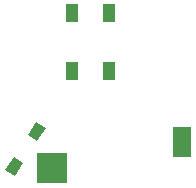
<source format=gtp>
G04 #@! TF.GenerationSoftware,KiCad,Pcbnew,(5.1.5)-3*
G04 #@! TF.CreationDate,2020-05-06T14:38:42+02:00*
G04 #@! TF.ProjectId,Cherry-Mx-Bitboard-Re-19.05mm,43686572-7279-42d4-9d78-2d426974626f,1*
G04 #@! TF.SameCoordinates,Original*
G04 #@! TF.FileFunction,Paste,Top*
G04 #@! TF.FilePolarity,Positive*
%FSLAX46Y46*%
G04 Gerber Fmt 4.6, Leading zero omitted, Abs format (unit mm)*
G04 Created by KiCad (PCBNEW (5.1.5)-3) date 2020-05-06 14:38:42*
%MOMM*%
%LPD*%
G04 APERTURE LIST*
%ADD10R,2.600000X2.600000*%
%ADD11R,1.600000X2.600000*%
%ADD12R,1.000000X1.500000*%
%ADD13C,0.100000*%
G04 APERTURE END LIST*
D10*
X89370000Y-59765000D03*
D11*
X100395000Y-57565000D03*
D12*
X91033600Y-46659800D03*
X94233600Y-46659800D03*
X91033600Y-51559800D03*
X94233600Y-51559800D03*
D13*
G36*
X88128280Y-57435882D02*
G01*
X87327058Y-56925447D01*
X88025548Y-55829038D01*
X88826770Y-56339473D01*
X88128280Y-57435882D01*
G37*
G36*
X86220866Y-60429922D02*
G01*
X85419644Y-59919487D01*
X86118134Y-58823078D01*
X86919356Y-59333513D01*
X86220866Y-60429922D01*
G37*
M02*

</source>
